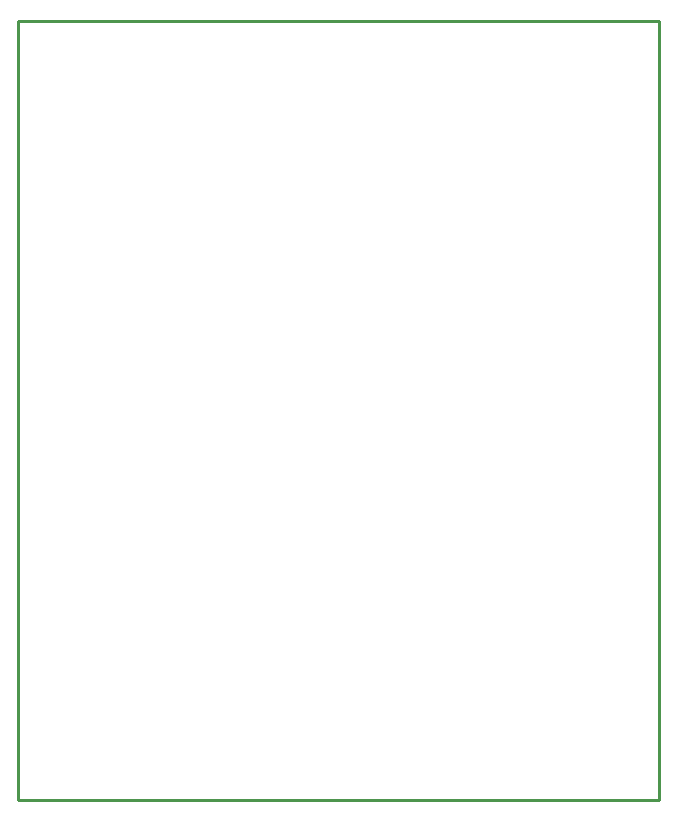
<source format=gko>
G04 Layer_Color=16711935*
%FSAX25Y25*%
%MOIN*%
G70*
G01*
G75*
%ADD12C,0.01000*%
D12*
X0185200Y0373600D02*
X0398900D01*
Y0114000D02*
Y0373600D01*
X0185200Y0114000D02*
X0398900D01*
X0185200D02*
Y0373600D01*
M02*

</source>
